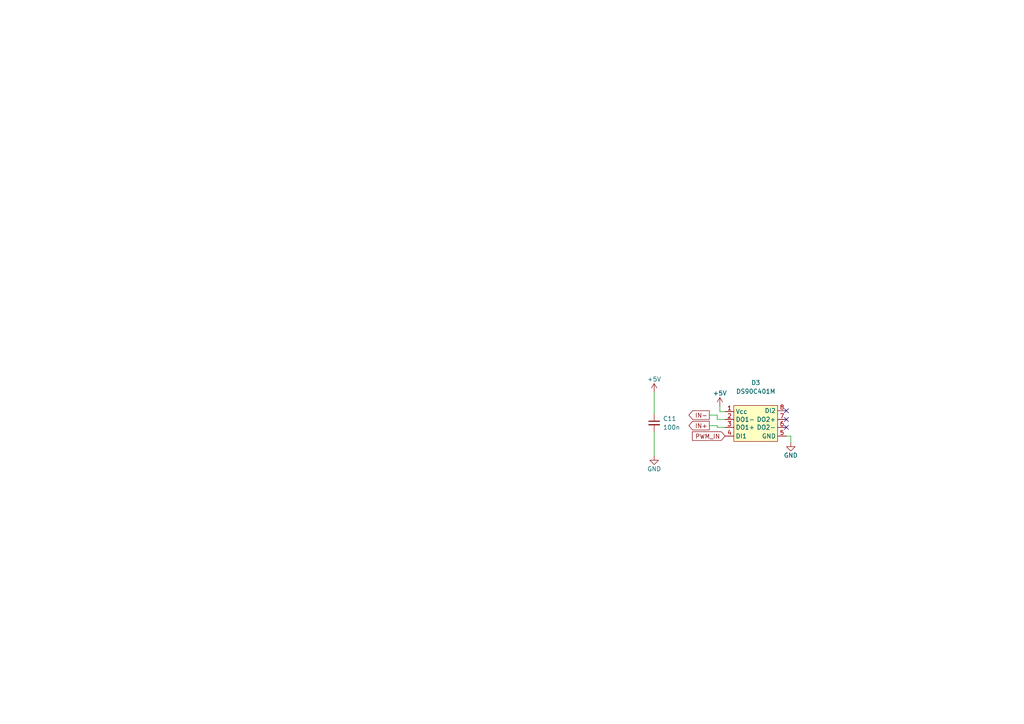
<source format=kicad_sch>
(kicad_sch (version 20211123) (generator eeschema)
  (paper "A4")
  (lib_symbols
    (symbol "Device:C_Small" (pin_numbers hide) (pin_names (offset 0.254) hide)
      (property "Reference" "C" (at 0.254 1.778 0))
      (property "Value" "C_Small" (at 0.254 -2.032 0))
      (symbol "C_Small_0_1"
        (polyline (pts (xy -1.524 -0.508) (xy 1.524 -0.508)) (stroke (width 0.3302)))
        (polyline (pts (xy -1.524 0.508) (xy 1.524 0.508)) (stroke (width 0.3048)))
      )
      (symbol "C_Small_1_1"
        (pin passive line (at 0 2.54 270) (length 2.032) (name "~") (number "1"))
        (pin passive line (at 0 -2.54 90) (length 2.032) (name "~") (number "2"))
      )
    )
    (symbol "My_Tranciever:DS90C401M"
      (property "Reference" "D" (at 0 1.905 0))
      (property "Value" "DS90C401M" (at 0 0 0))
      (symbol "DS90C401M_0_1"
        (rectangle (start -6.35 -3.048) (end 6.35 -13.462) (fill (type background)))
      )
      (symbol "DS90C401M_1_1"
        (pin input line (at -8.89 -4.826 0) (length 2.54) (name "Vcc") (number "1"))
        (pin input line (at -8.89 -7.112 0) (length 2.54) (name "DO1-") (number "2"))
        (pin input line (at -8.89 -9.398 0) (length 2.54) (name "DO1+") (number "3"))
        (pin input line (at -8.89 -11.938 0) (length 2.54) (name "DI1") (number "4"))
        (pin input line (at 8.89 -11.938 180) (length 2.54) (name "GND") (number "5"))
        (pin input line (at 8.89 -9.398 180) (length 2.54) (name "DO2-") (number "6"))
        (pin input line (at 8.89 -7.112 180) (length 2.54) (name "DO2+") (number "7"))
        (pin input line (at 8.89 -4.572 180) (length 2.54) (name "DI2") (number "8"))
      )
    )
    (symbol "power:+5V" (power) (pin_names (offset 0))
      (property "Value" "+5V" (at 0 3.556 0))
      (symbol "+5V_0_1"
        (polyline (pts (xy -0.762 1.27) (xy 0 2.54)))
        (polyline (pts (xy 0 0) (xy 0 2.54)))
        (polyline (pts (xy 0 2.54) (xy 0.762 1.27)))
      )
      (symbol "+5V_1_1"
        (pin power_in line (at 0 0 90) (length 0) hide (name "+5V") (number "1"))
      )
    )
    (symbol "power:GND" (power) (pin_names (offset 0))
      (property "Value" "GND" (at 0 -3.81 0))
      (symbol "GND_0_1"
        (polyline (pts (xy 0 0) (xy 0 -1.27) (xy 1.27 -1.27) (xy 0 -2.54) (xy -1.27 -1.27) (xy 0 -1.27)))
      )
      (symbol "GND_1_1"
        (pin power_in line (at 0 0 270) (length 0) hide (name "GND") (number "1"))
      )
    )
  )
  (no_connect (at 228.092 123.952))
  (no_connect (at 228.092 119.126))
  (no_connect (at 228.092 121.666))
  (wire (pts (xy 229.362 126.492) (xy 229.362 128.27)))
  (wire (pts (xy 208.788 117.856) (xy 208.788 119.38)))
  (wire (pts (xy 208.026 123.444) (xy 205.74 123.444)))
  (wire (pts (xy 208.788 119.38) (xy 210.312 119.38)))
  (wire (pts (xy 228.092 126.492) (xy 229.362 126.492)))
  (wire (pts (xy 189.738 125.222) (xy 189.738 132.207)))
  (wire (pts (xy 210.312 123.952) (xy 208.026 123.952)))
  (wire (pts (xy 208.026 123.952) (xy 208.026 123.444)))
  (wire (pts (xy 210.312 121.666) (xy 208.026 121.666)))
  (wire (pts (xy 205.74 120.396) (xy 208.026 120.396)))
  (wire (pts (xy 189.738 113.792) (xy 189.738 120.142)))
  (wire (pts (xy 208.026 121.666) (xy 208.026 120.396)))
  (global_label "IN+" (shape output) (at 205.74 123.444 180) (property "Intersheet References" "${INTERSHEET_REFS}" (effects hide)))
  (global_label "IN-" (shape output) (at 205.74 120.396 180) (property "Intersheet References" "${INTERSHEET_REFS}" (effects hide)))
  (global_label "PWM_IN" (shape input) (at 210.312 126.492 180) (property "Intersheet References" "${INTERSHEET_REFS}" (effects hide)))
  (symbol (lib_id "power:+5V") (at 208.788 117.856 0)
    (property "Reference" "#PWR038" (effects hide))
    (property "Value" "+5V" (at 208.788 114.046 0))
  )
  (symbol (lib_id "power:GND") (at 229.362 128.27 0)
    (property "Reference" "#PWR045" (effects hide))
    (property "Value" "GND" (at 229.362 132.08 0))
  )
  (symbol (lib_id "Device:C_Small") (at 189.738 122.682 0)
    (property "Reference" "C11" (at 192.278 121.4182 0) (effects (justify left)))
    (property "Value" "100n" (at 192.278 123.9582 0) (effects (justify left)))
    (property "Footprint" "Capacitor_SMD:C_0805_2012Metric_Pad1.18x1.45mm_HandSolder" (effects hide))
  )
  (symbol (lib_id "power:+5V") (at 189.738 113.792 0)
    (property "Reference" "#PWR013" (effects hide))
    (property "Value" "+5V" (at 189.738 109.982 0))
  )
  (symbol (lib_id "power:GND") (at 189.738 132.207 0)
    (property "Reference" "#PWR035" (effects hide))
    (property "Value" "GND" (at 189.738 136.017 0))
  )
  (symbol (lib_id "My_Tranciever:DS90C401M") (at 219.202 114.554 0)
    (property "Reference" "D3" (at 219.202 110.998 0))
    (property "Value" "DS90C401M" (at 219.202 113.538 0))
    (property "Footprint" "Package_SO:SOIC-8_3.9x4.9mm_P1.27mm" (effects hide))
  )
)
</source>
